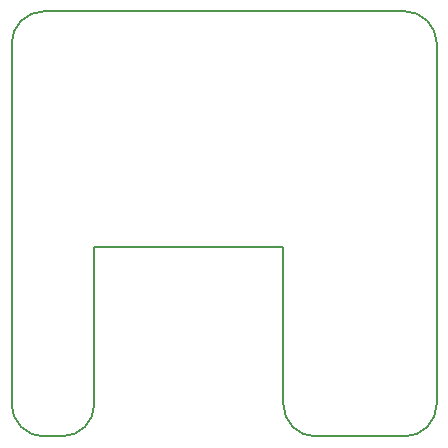
<source format=gm1>
G04 #@! TF.FileFunction,Profile,NP*
%FSLAX46Y46*%
G04 Gerber Fmt 4.6, Leading zero omitted, Abs format (unit mm)*
G04 Created by KiCad (PCBNEW 4.0.1-stable) date Monday, January 11, 2016 'PMt' 05:07:45 PM*
%MOMM*%
G01*
G04 APERTURE LIST*
%ADD10C,0.100000*%
%ADD11C,0.150000*%
G04 APERTURE END LIST*
D10*
D11*
X153000000Y-110000000D02*
X153000000Y-123250000D01*
X137000000Y-110000000D02*
X137000000Y-123250000D01*
X155750000Y-126000000D02*
X163250000Y-126000000D01*
X132750000Y-126000000D02*
X134250000Y-126000000D01*
X153000000Y-123250000D02*
G75*
G03X155750000Y-126000000I2750000J0D01*
G01*
X134250000Y-126000000D02*
G75*
G03X137000000Y-123250000I0J2750000D01*
G01*
X130000000Y-123250000D02*
G75*
G03X132750000Y-126000000I2750000J0D01*
G01*
X163250000Y-126000000D02*
G75*
G03X166000000Y-123250000I0J2750000D01*
G01*
X166000000Y-92750000D02*
G75*
G03X163250000Y-90000000I-2750000J0D01*
G01*
X132750000Y-90000000D02*
G75*
G03X130000000Y-92750000I0J-2750000D01*
G01*
X137000000Y-110000000D02*
X153000000Y-110000000D01*
X130000000Y-92750000D02*
X130000000Y-123250000D01*
X166000000Y-92750000D02*
X166000000Y-123250000D01*
X132750000Y-90000000D02*
X163250000Y-90000000D01*
M02*

</source>
